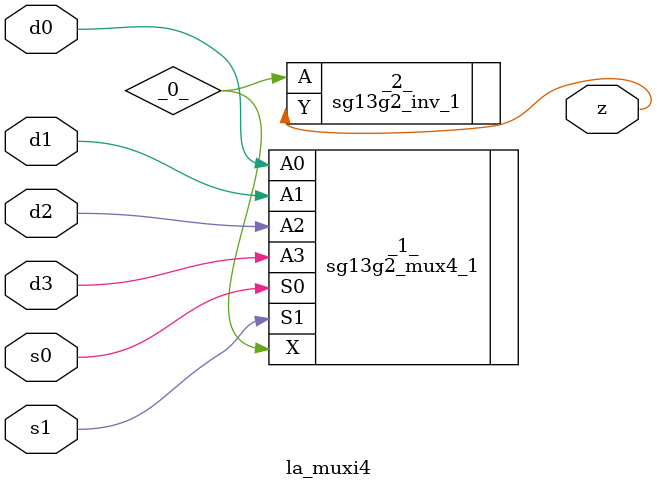
<source format=v>

/* Generated by Yosys 0.40+33 (git sha1 cd1fb8b15, g++ 11.4.0-1ubuntu1~22.04 -fPIC -Os) */

module la_muxi4(d0, d1, d2, d3, s0, s1, z);
  wire _0_;
  input d0;
  wire d0;
  input d1;
  wire d1;
  input d2;
  wire d2;
  input d3;
  wire d3;
  input s0;
  wire s0;
  input s1;
  wire s1;
  output z;
  wire z;
  sg13g2_mux4_1 _1_ (
    .A0(d0),
    .A1(d1),
    .A2(d2),
    .A3(d3),
    .S0(s0),
    .S1(s1),
    .X(_0_)
  );
  sg13g2_inv_1 _2_ (
    .A(_0_),
    .Y(z)
  );
endmodule

</source>
